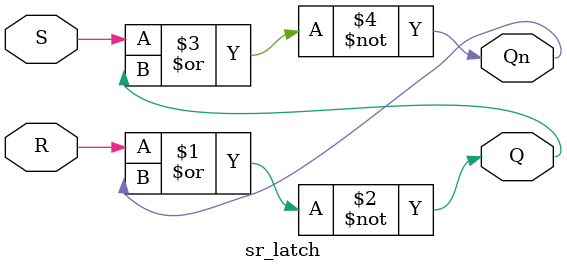
<source format=v>
module sr_latch (

input R, 
input S, 
output Q, 
output Qn
);

nor (Q, R, Qn);
nor (Qn, S, Q);

endmodule 
</source>
